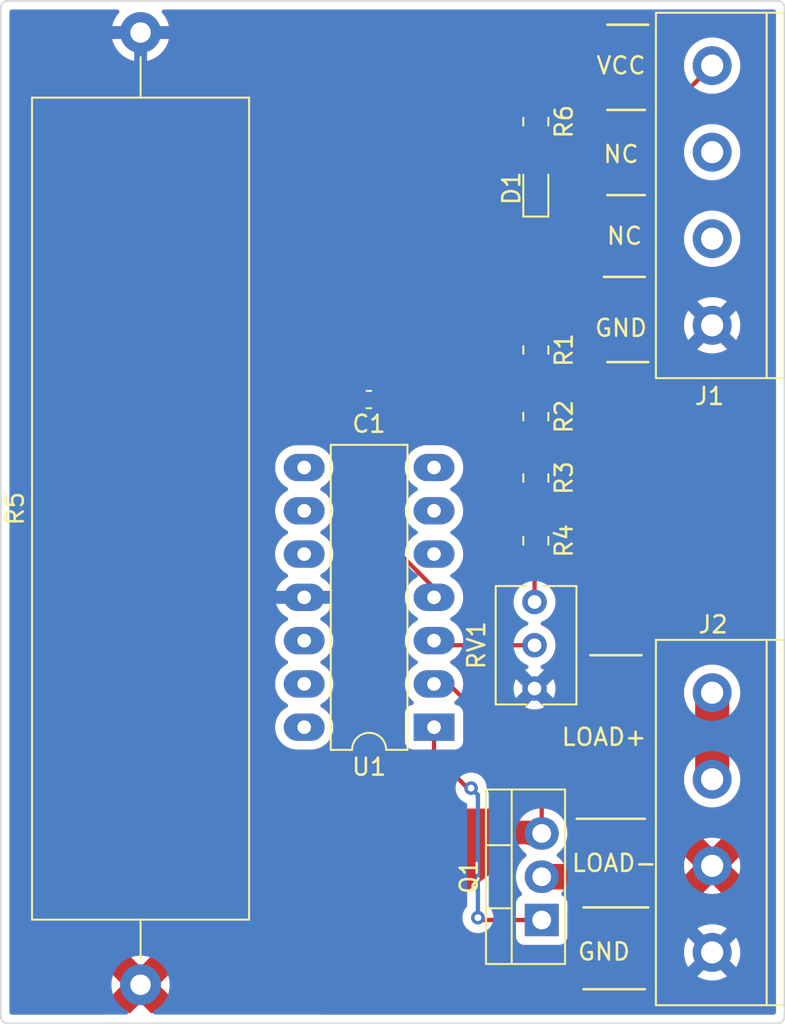
<source format=kicad_pcb>
(kicad_pcb (version 20211014) (generator pcbnew)
  (layers (0 "F.Cu" signal) (31 "B.Cu" signal) (34 "B.Paste" user) (35 "F.Paste" user) (36 "B.SilkS" user "B.Silkscreen") (37 "F.SilkS" user "F.Silkscreen") (38 "B.Mask" user) (39 "F.Mask" user) (44 "Edge.Cuts" user))
  (net 0 "")
  (net 1 "VCC")
  (net 2 "GND")
  (net 3 "Net-(D1-Pad2)")
  (net 6 "+VDC")
  (net 7 "/LOAD-")
  (net 8 "Net-(Q1-Pad1)")
  (net 9 "/MEAS")
  (net 10 "Net-(R1-Pad2)")
  (net 11 "Net-(R2-Pad2)")
  (net 12 "Net-(R3-Pad2)")
  (net 13 "Net-(R4-Pad2)")
  (net 14 "Net-(RV1-Pad2)")
  (footprint "Resistor_SMD:R_0805_2012Metric" (layer "F.Cu") (at 127.4 50.4875 -90)
    (fp_text reference "R1" (at 0 -1.65 90) (layer "F.SilkS"))
    (fp_text value "10k")
    (fp_line (start -0.227064 0.735) (end 0.227064 0.735) (layer "F.SilkS") (width 0.12))
    (fp_line (start -0.227064 -0.735) (end 0.227064 -0.735) (layer "F.SilkS") (width 0.12))
    (pad "1" smd roundrect locked (at -0.9125 0 270) (size 1.025 1.4) (layers "F.Cu" "F.Paste" "F.Mask") (roundrect_rratio 0.243902439) (net 1 "VCC"))
    (pad "2" smd roundrect locked (at 0.9125 0 270) (size 1.025 1.4) (layers "F.Cu" "F.Paste" "F.Mask") (roundrect_rratio 0.243902439) (net 10 "Net-(R1-Pad2)"))
  )
  (footprint "Resistor_SMD:R_0805_2012Metric" (layer "F.Cu") (at 127.4 54.4 -90)
    (fp_text reference "R2" (at 0 -1.65 90) (layer "F.SilkS"))
    (fp_text value "10k")
    (fp_line (start -0.227064 -0.735) (end 0.227064 -0.735) (layer "F.SilkS") (width 0.12))
    (fp_line (start -0.227064 0.735) (end 0.227064 0.735) (layer "F.SilkS") (width 0.12))
    (pad "1" smd roundrect locked (at -0.9125 0 270) (size 1.025 1.4) (layers "F.Cu" "F.Paste" "F.Mask") (roundrect_rratio 0.243902439) (net 10 "Net-(R1-Pad2)"))
    (pad "2" smd roundrect locked (at 0.9125 0 270) (size 1.025 1.4) (layers "F.Cu" "F.Paste" "F.Mask") (roundrect_rratio 0.243902439) (net 11 "Net-(R2-Pad2)"))
  )
  (footprint "Package_DIP:DIP-14_W7.62mm_LongPads" (layer "F.Cu") (at 121.425 72.625 180)
    (fp_text reference "U1" (at 3.81 -2.33) (layer "F.SilkS"))
    (fp_text value "LM324A")
    (fp_line (start 6.06 16.57) (end 6.06 -1.33) (layer "F.SilkS") (width 0.12))
    (fp_line (start 2.81 -1.33) (end 1.56 -1.33) (layer "F.SilkS") (width 0.12))
    (fp_line (start 1.56 -1.33) (end 1.56 16.57) (layer "F.SilkS") (width 0.12))
    (fp_line (start 6.06 -1.33) (end 4.81 -1.33) (layer "F.SilkS") (width 0.12))
    (fp_line (start 1.56 16.57) (end 6.06 16.57) (layer "F.SilkS") (width 0.12))
    (fp_arc (start 4.81 -1.33) (mid 3.81 -0.33) (end 2.81 -1.33) (layer "F.SilkS") (width 0.12))
    (pad "1" thru_hole rect locked (at 0 0 180) (size 2.4 1.6) (drill 0.8) (layers *.Cu *.Mask) (net 8 "Net-(Q1-Pad1)"))
    (pad "2" thru_hole oval locked (at 0 2.54 180) (size 2.4 1.6) (drill 0.8) (layers *.Cu *.Mask) (net 9 "/MEAS"))
    (pad "3" thru_hole oval locked (at 0 5.08 180) (size 2.4 1.6) (drill 0.8) (layers *.Cu *.Mask) (net 14 "Net-(RV1-Pad2)"))
    (pad "4" thru_hole oval locked (at 0 7.62 180) (size 2.4 1.6) (drill 0.8) (layers *.Cu *.Mask) (net 1 "VCC"))
    (pad "5" thru_hole oval locked (at 0 10.16 180) (size 2.4 1.6) (drill 0.8) (layers *.Cu *.Mask))
    (pad "6" thru_hole oval locked (at 0 12.7 180) (size 2.4 1.6) (drill 0.8) (layers *.Cu *.Mask))
    (pad "7" thru_hole oval locked (at 0 15.24 180) (size 2.4 1.6) (drill 0.8) (layers *.Cu *.Mask))
    (pad "8" thru_hole oval locked (at 7.62 15.24 180) (size 2.4 1.6) (drill 0.8) (layers *.Cu *.Mask))
    (pad "9" thru_hole oval locked (at 7.62 12.7 180) (size 2.4 1.6) (drill 0.8) (layers *.Cu *.Mask))
    (pad "10" thru_hole oval locked (at 7.62 10.16 180) (size 2.4 1.6) (drill 0.8) (layers *.Cu *.Mask))
    (pad "11" thru_hole oval locked (at 7.62 7.62 180) (size 2.4 1.6) (drill 0.8) (layers *.Cu *.Mask) (net 2 "GND"))
    (pad "12" thru_hole oval locked (at 7.62 5.08 180) (size 2.4 1.6) (drill 0.8) (layers *.Cu *.Mask))
    (pad "13" thru_hole oval locked (at 7.62 2.54 180) (size 2.4 1.6) (drill 0.8) (layers *.Cu *.Mask))
    (pad "14" thru_hole oval locked (at 7.62 0 180) (size 2.4 1.6) (drill 0.8) (layers *.Cu *.Mask))
  )
  (footprint "Resistor_SMD:R_0805_2012Metric" (layer "F.Cu") (at 127.4 61.6875 -90)
    (fp_text reference "R4" (at 0 -1.65 90) (layer "F.SilkS"))
    (fp_text value "10k")
    (fp_line (start -0.227064 -0.735) (end 0.227064 -0.735) (layer "F.SilkS") (width 0.12))
    (fp_line (start -0.227064 0.735) (end 0.227064 0.735) (layer "F.SilkS") (width 0.12))
    (pad "1" smd roundrect locked (at -0.9125 0 270) (size 1.025 1.4) (layers "F.Cu" "F.Paste" "F.Mask") (roundrect_rratio 0.243902439) (net 12 "Net-(R3-Pad2)"))
    (pad "2" smd roundrect locked (at 0.9125 0 270) (size 1.025 1.4) (layers "F.Cu" "F.Paste" "F.Mask") (roundrect_rratio 0.243902439) (net 13 "Net-(R4-Pad2)"))
  )
  (footprint "Resistor_SMD:R_0805_2012Metric" (layer "F.Cu") (at 127.4 58 -90)
    (fp_text reference "R3" (at 0 -1.65 90) (layer "F.SilkS"))
    (fp_text value "10k")
    (fp_line (start -0.227064 0.735) (end 0.227064 0.735) (layer "F.SilkS") (width 0.12))
    (fp_line (start -0.227064 -0.735) (end 0.227064 -0.735) (layer "F.SilkS") (width 0.12))
    (pad "1" smd roundrect locked (at -0.9125 0 270) (size 1.025 1.4) (layers "F.Cu" "F.Paste" "F.Mask") (roundrect_rratio 0.243902439) (net 11 "Net-(R2-Pad2)"))
    (pad "2" smd roundrect locked (at 0.9125 0 270) (size 1.025 1.4) (layers "F.Cu" "F.Paste" "F.Mask") (roundrect_rratio 0.243902439) (net 12 "Net-(R3-Pad2)"))
  )
  (footprint "terminal_block:O_Shore_OSTTC042162" (layer "F.Cu") (at 137.75 41.42 -90)
    (fp_text reference "J1" (at 11.78 0.15 unlocked) (layer "F.SilkS"))
    (fp_text value "Screw_Terminal_01x04")
    (fp_line (start -10.72 -3.2) (end 10.72 -3.2) (layer "F.SilkS") (width 0.12))
    (fp_line (start 10.72 3.3) (end -10.72 3.3) (layer "F.SilkS") (width 0.12))
    (fp_line (start -10.72 -4.2) (end 10.72 -4.2) (layer "F.SilkS") (width 0.12))
    (fp_line (start 10.72 -4.2) (end 10.72 3.3) (layer "F.SilkS") (width 0.12))
    (fp_line (start -10.72 3.3) (end -10.72 -4.2) (layer "F.SilkS") (width 0.12))
    (pad "1" thru_hole circle (at -7.62 0 270) (size 2.286 2.286) (drill 1.3) (layers *.Cu *.Mask) (net 1 "VCC"))
    (pad "2" thru_hole circle (at -2.54 0 270) (size 2.286 2.286) (drill 1.3) (layers *.Cu *.Mask))
    (pad "3" thru_hole circle (at 2.54 0 270) (size 2.286 2.286) (drill 1.3) (layers *.Cu *.Mask))
    (pad "4" thru_hole circle (at 7.62 0 270) (size 2.286 2.286) (drill 1.3) (layers *.Cu *.Mask) (net 2 "GND"))
  )
  (footprint "terminal_block:O_Shore_OSTTC042162" (layer "F.Cu") (at 137.75 78.22 -90)
    (fp_text reference "J2" (at -11.62 -0.05 unlocked) (layer "F.SilkS"))
    (fp_text value "Screw_Terminal_01x04")
    (fp_line (start -10.72 -4.2) (end 10.72 -4.2) (layer "F.SilkS") (width 0.12))
    (fp_line (start 10.72 3.3) (end -10.72 3.3) (layer "F.SilkS") (width 0.12))
    (fp_line (start -10.72 3.3) (end -10.72 -4.2) (layer "F.SilkS") (width 0.12))
    (fp_line (start 10.72 -4.2) (end 10.72 3.3) (layer "F.SilkS") (width 0.12))
    (fp_line (start -10.72 -3.2) (end 10.72 -3.2) (layer "F.SilkS") (width 0.12))
    (pad "1" thru_hole circle (at -7.62 0 270) (size 2.286 2.286) (drill 1.3) (layers *.Cu *.Mask) (net 6 "+VDC"))
    (pad "2" thru_hole circle (at -2.54 0 270) (size 2.286 2.286) (drill 1.3) (layers *.Cu *.Mask) (net 6 "+VDC"))
    (pad "3" thru_hole circle (at 2.54 0 270) (size 2.286 2.286) (drill 1.3) (layers *.Cu *.Mask) (net 7 "/LOAD-"))
    (pad "4" thru_hole circle (at 7.62 0 270) (size 2.286 2.286) (drill 1.3) (layers *.Cu *.Mask) (net 2 "GND"))
  )
  (footprint "Potentiometer_THT:Potentiometer_Bourns_3266Y_Vertical" (layer "F.Cu") (at 127.325 65.275 90)
    (fp_text reference "RV1" (at -2.54 -3.41 90) (layer "F.SilkS"))
    (fp_text value "10k")
    (fp_line (start -6.015 0.496) (end -6.015 2.46) (layer "F.SilkS") (width 0.12))
    (fp_line (start 0.935 -2.28) (end 0.935 -0.494) (layer "F.SilkS") (width 0.12))
    (fp_line (start -6.015 -2.28) (end -6.015 -0.494) (layer "F.SilkS") (width 0.12))
    (fp_line (start 0.935 0.496) (end 0.935 2.46) (layer "F.SilkS") (width 0.12))
    (fp_line (start -6.015 -2.28) (end 0.935 -2.28) (layer "F.SilkS") (width 0.12))
    (fp_line (start -6.015 2.46) (end 0.935 2.46) (layer "F.SilkS") (width 0.12))
    (pad "1" thru_hole circle locked (at 0 0 90) (size 1.44 1.44) (drill 0.8) (layers *.Cu *.Mask) (net 13 "Net-(R4-Pad2)"))
    (pad "2" thru_hole circle locked (at -2.54 0 90) (size 1.44 1.44) (drill 0.8) (layers *.Cu *.Mask) (net 14 "Net-(RV1-Pad2)"))
    (pad "3" thru_hole circle locked (at -5.08 0 90) (size 1.44 1.44) (drill 0.8) (layers *.Cu *.Mask) (net 2 "GND"))
  )
  (footprint "LED_SMD:LED_0603_1608Metric_Pad1.05x0.95mm_HandSolder" (layer "F.Cu") (at 127.4 41 90)
    (fp_text reference "D1" (at 0 -1.43 90) (layer "F.SilkS"))
    (fp_text value "LED")
    (fp_line (start 0.8 -0.735) (end -1.66 -0.735) (layer "F.SilkS") (width 0.12))
    (fp_line (start -1.66 -0.735) (end -1.66 0.735) (layer "F.SilkS") (width 0.12))
    (fp_line (start -1.66 0.735) (end 0.8 0.735) (layer "F.SilkS") (width 0.12))
    (pad "1" smd roundrect locked (at -0.875 0 90) (size 1.05 0.95) (layers "F.Cu" "F.Paste" "F.Mask") (net 2 "GND"))
    (pad "2" smd roundrect locked (at 0.875 0 90) (size 1.05 0.95) (layers "F.Cu" "F.Paste" "F.Mask") (net 3 "Net-(D1-Pad2)"))
  )
  (footprint "Resistor_THT:R_Axial_Power_L48.0mm_W12.5mm_P55.88mm" (layer "F.Cu") (at 104.2 87.74 90)
    (fp_text reference "R5" (at 27.94 -7.37 90) (layer "F.SilkS"))
    (fp_text value "Rload")
    (fp_line (start 1.44 0) (end 3.82 0) (layer "F.SilkS") (width 0.12))
    (fp_line (start 52.06 6.37) (end 52.06 -6.37) (layer "F.SilkS") (width 0.12))
    (fp_line (start 52.06 -6.37) (end 3.82 -6.37) (layer "F.SilkS") (width 0.12))
    (fp_line (start 3.82 -6.37) (end 3.82 6.37) (layer "F.SilkS") (width 0.12))
    (fp_line (start 3.82 6.37) (end 52.06 6.37) (layer "F.SilkS") (width 0.12))
    (fp_line (start 54.44 0) (end 52.06 0) (layer "F.SilkS") (width 0.12))
    (pad "1" thru_hole circle locked (at 0 0 90) (size 2.4 2.4) (drill 1.2) (layers *.Cu *.Mask) (net 9 "/MEAS"))
    (pad "2" thru_hole oval locked (at 55.88 0 90) (size 2.4 2.4) (drill 1.2) (layers *.Cu *.Mask) (net 2 "GND"))
  )
  (footprint "Resistor_SMD:R_0805_2012Metric" (layer "F.Cu") (at 127.4 37.0875 -90)
    (fp_text reference "R6" (at 0 -1.65 90) (layer "F.SilkS"))
    (fp_text value "500")
    (fp_line (start -0.227064 -0.735) (end 0.227064 -0.735) (layer "F.SilkS") (width 0.12))
    (fp_line (start -0.227064 0.735) (end 0.227064 0.735) (layer "F.SilkS") (width 0.12))
    (pad "1" smd roundrect locked (at -0.9125 0 270) (size 1.025 1.4) (layers "F.Cu" "F.Paste" "F.Mask") (roundrect_rratio 0.243902439) (net 1 "VCC"))
    (pad "2" smd roundrect locked (at 0.9125 0 270) (size 1.025 1.4) (layers "F.Cu" "F.Paste" "F.Mask") (roundrect_rratio 0.243902439) (net 3 "Net-(D1-Pad2)"))
  )
  (footprint "Capacitor_SMD:C_0603_1608Metric" (layer "F.Cu") (at 117.6 53.4 180)
    (fp_text reference "C1" (at 0 -1.43) (layer "F.SilkS"))
    (fp_text value "0u1")
    (fp_line (start -0.14058 -0.51) (end 0.14058 -0.51) (layer "F.SilkS") (width 0.12))
    (fp_line (start -0.14058 0.51) (end 0.14058 0.51) (layer "F.SilkS") (width 0.12))
    (pad "1" smd roundrect locked (at -0.775 0 180) (size 0.9 0.95) (layers "F.Cu" "F.Paste" "F.Mask") (net 1 "VCC"))
    (pad "2" smd roundrect locked (at 0.775 0 180) (size 0.9 0.95) (layers "F.Cu" "F.Paste" "F.Mask") (net 2 "GND"))
  )
  (footprint "Package_TO_SOT_THT:TO-220-3_Vertical" (layer "F.Cu") (at 127.745 83.94 90)
    (fp_text reference "Q1" (at 2.54 -4.27 90) (layer "F.SilkS"))
    (fp_text value "Q_NMOS_GDS")
    (fp_line (start -2.58 -3.27) (end -2.58 1.371) (layer "F.SilkS") (width 0.12))
    (fp_line (start 4.391 -3.27) (end 4.391 -1.76) (layer "F.SilkS") (width 0.12))
    (fp_line (start 7.66 -3.27) (end 7.66 1.371) (layer "F.SilkS") (width 0.12))
    (fp_line (start -2.58 1.371) (end 7.66 1.371) (layer "F.SilkS") (width 0.12))
    (fp_line (start -2.58 -3.27) (end 7.66 -3.27) (layer "F.SilkS") (width 0.12))
    (fp_line (start 0.69 -3.27) (end 0.69 -1.76) (layer "F.SilkS") (width 0.12))
    (fp_line (start -2.58 -1.76) (end 7.66 -1.76) (layer "F.SilkS") (width 0.12))
    (pad "1" thru_hole rect locked (at 0 0 90) (size 1.905 2) (drill 1.1) (layers *.Cu *.Mask) (net 8 "Net-(Q1-Pad1)"))
    (pad "2" thru_hole oval locked (at 2.54 0 90) (size 1.905 2) (drill 1.1) (layers *.Cu *.Mask) (net 7 "/LOAD-"))
    (pad "3" thru_hole oval locked (at 5.08 0 90) (size 1.905 2) (drill 1.1) (layers *.Cu *.Mask) (net 9 "/MEAS"))
  )
  (gr_line (start 131.4 46.2) (end 133.8 46.2) (layer "F.SilkS") (width 0.15))
  (gr_line (start 130.2 83.2) (end 134 83.2) (layer "F.SilkS") (width 0.15))
  (gr_line (start 131.6 41.4) (end 133.8 41.4) (layer "F.SilkS") (width 0.15))
  (gr_line (start 129.8 78) (end 133.8 78) (layer "F.SilkS") (width 0.15))
  (gr_line (start 131.6 36.4) (end 133.8 36.4) (layer "F.SilkS") (width 0.15))
  (gr_line (start 131.6 31.4) (end 134 31.4) (layer "F.SilkS") (width 0.15))
  (gr_line (start 131.6 51.2) (end 134 51.2) (layer "F.SilkS") (width 0.15))
  (gr_line (start 130.6 68.4) (end 133.6 68.4) (layer "F.SilkS") (width 0.15))
  (gr_line (start 130.2 88) (end 133.8 88) (layer "F.SilkS") (width 0.15))
  (gr_arc (start 141.6 30) (mid 141.882843 30.117157) (end 142 30.4) (layer "Edge.Cuts") (width 0.1))
  (gr_arc (start 142 89.6) (mid 141.882843 89.882843) (end 141.6 90) (layer "Edge.Cuts") (width 0.1))
  (gr_line (start 96 89.6) (end 96 30.4) (layer "Edge.Cuts") (width 0.1))
  (gr_line (start 96.4 30) (end 141.6 30) (layer "Edge.Cuts") (width 0.1))
  (gr_line (start 141.6 90) (end 96.4 90) (layer "Edge.Cuts") (width 0.1))
  (gr_arc (start 96.4 90) (mid 96.117157 89.882843) (end 96 89.6) (layer "Edge.Cuts") (width 0.1))
  (gr_arc (start 96 30.4) (mid 96.117157 30.117157) (end 96.4 30) (layer "Edge.Cuts") (width 0.1))
  (gr_line (start 142 30.4) (end 142 89.6) (layer "Edge.Cuts") (width 0.1))
  (gr_text "LOAD+\n" (at 131.4 73.2) (layer "F.SilkS") (effects (font (size 1 1))))
  (gr_text "NC\n" (at 132.4 39) (layer "F.SilkS") (effects (font (size 1 1))))
  (gr_text "GND\n" (at 131.4 85.8) (layer "F.SilkS") (effects (font (size 1 1))))
  (gr_text "LOAD-\n" (at 132 80.6) (layer "F.SilkS") (effects (font (size 1 1))))
  (gr_text "VCC" (at 132.4 33.8) (layer "F.SilkS") (effects (font (size 1 1))))
  (gr_text "GND\n" (at 132.4 49.2) (layer "F.SilkS") (effects (font (size 1 1))))
  (gr_text "NC\n" (at 132.6 43.8) (layer "F.SilkS") (effects (font (size 1 1))))
  (segment (start 127.4 49.575) (end 122.2 49.575) (width 0.25) (layer "F.Cu") (net 1))
  (segment (start 127.4 36.175) (end 135.375 36.175) (width 0.25) (layer "F.Cu") (net 1))
  (segment (start 135.375 36.175) (end 137.75 33.8) (width 0.25) (layer "F.Cu") (net 1))
  (segment (start 118.375 61.405311) (end 121.425 64.455311) (width 0.25) (layer "F.Cu") (net 1))
  (segment (start 122.2 49.575) (end 118.375 53.4) (width 0.25) (layer "F.Cu") (net 1))
  (segment (start 124.8 42.8) (end 124.8 38.775) (width 0.25) (layer "F.Cu") (net 1))
  (segment (start 118.375 53.4) (end 118.375 61.405311) (width 0.25) (layer "F.Cu") (net 1))
  (segment (start 124.8 38.775) (end 127.4 36.175) (width 0.25) (layer "F.Cu") (net 1))
  (segment (start 127.4 49.575) (end 127.4 45.4) (width 0.25) (layer "F.Cu") (net 1))
  (segment (start 127.4 45.4) (end 124.8 42.8) (width 0.25) (layer "F.Cu") (net 1))
  (segment (start 121.425 64.455311) (end 121.425 65.005) (width 0.25) (layer "F.Cu") (net 1))
  (segment (start 127.4 38) (end 127.4 40.125) (width 0.25) (layer "F.Cu") (net 3))
  (segment (start 137.75 70.6) (end 137.75 75.68) (width 2) (layer "F.Cu") (net 6))
  (segment (start 124 83.8) (end 124.14 83.94) (width 0.25) (layer "F.Cu") (net 8))
  (segment (start 123.4 76.2) (end 121.425 74.225) (width 0.25) (layer "F.Cu") (net 8))
  (segment (start 123.6 76.2) (end 123.4 76.2) (width 0.25) (layer "F.Cu") (net 8))
  (segment (start 121.425 74.225) (end 121.425 72.625) (width 0.25) (layer "F.Cu") (net 8))
  (segment (start 124.14 83.94) (end 127.745 83.94) (width 0.25) (layer "F.Cu") (net 8))
  (via (at 124 83.8) (size 0.8) (drill 0.4) (layers "F.Cu" "B.Cu") (net 8))
  (via (at 123.6 76.2) (size 0.8) (drill 0.4) (layers "F.Cu" "B.Cu") (net 8))
  (segment (start 124 76.6) (end 124 83.8) (width 0.25) (layer "B.Cu") (net 8))
  (segment (start 123.6 76.2) (end 124 76.6) (width 0.25) (layer "B.Cu") (net 8))
  (segment (start 127.745 78.86) (end 127.745 75.545) (width 0.25) (layer "F.Cu") (net 9))
  (segment (start 127.745 75.545) (end 122.285 70.085) (width 0.25) (layer "F.Cu") (net 9))
  (segment (start 122.285 70.085) (end 121.425 70.085) (width 0.25) (layer "F.Cu") (net 9))
  (segment (start 127.4 53.4875) (end 127.4 51.4) (width 0.25) (layer "F.Cu") (net 10))
  (segment (start 127.4 57.0875) (end 127.4 55.3125) (width 0.25) (layer "F.Cu") (net 11))
  (segment (start 127.4 60.775) (end 127.4 58.9125) (width 0.25) (layer "F.Cu") (net 12))
  (segment (start 127.325 62.675) (end 127.4 62.6) (width 0.25) (layer "F.Cu") (net 13))
  (segment (start 127.325 65.275) (end 127.325 62.675) (width 0.25) (layer "F.Cu") (net 13))
  (segment (start 121.695 67.815) (end 121.425 67.545) (width 0.25) (layer "F.Cu") (net 14))
  (segment (start 127.325 67.815) (end 121.695 67.815) (width 0.25) (layer "F.Cu") (net 14))
  (zone (net 9) (net_name "/MEAS") (layer "F.Cu") (priority 1) (connect_pads (clearance 0.508)) (min_thickness 0.254) (fill yes (thermal_gap 0.508) (thermal_bridge_width 1.5))
    (polygon (pts (xy 129.2 80) (xy 126.4 80) (xy 113.8 89.4) (xy 102.6 89.4) (xy 102.6 83) (xy 111 77.4) (xy 129.2 77.4)))
  )
  (zone (net 2) (net_name "GND") (layers F&B.Cu) (connect_pads (clearance 0.508)) (min_thickness 0.254) (fill yes (thermal_gap 0.508) (thermal_bridge_width 0.75))
    (polygon (pts (xy 142 90) (xy 96 90) (xy 96 30) (xy 142 30)))
  )
  (zone (net 7) (net_name "/LOAD-") (layer "F.Cu") (priority 2) (connect_pads (clearance 0.508)) (min_thickness 0.254) (fill yes (thermal_gap 0.508) (thermal_bridge_width 1.5))
    (polygon (pts (xy 140.2 78.22) (xy 140.2 82.8) (xy 126.4 82.8) (xy 126.4 80) (xy 130.8 80) (xy 132.6 78.2)))
  )
)
</source>
